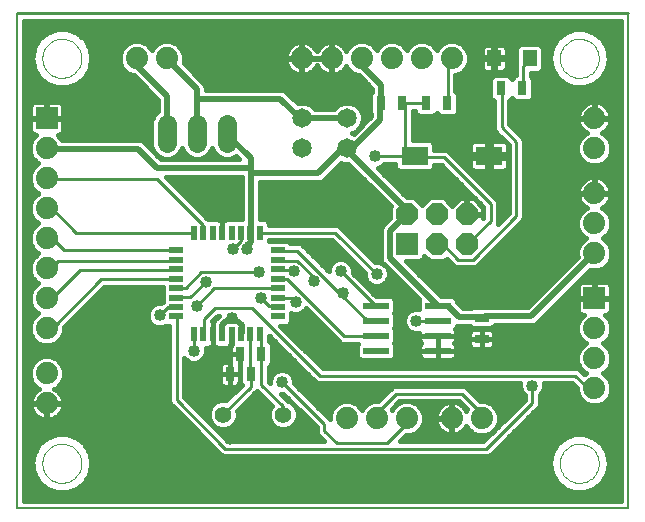
<source format=gtl>
G75*
G70*
%OFA0B0*%
%FSLAX24Y24*%
%IPPOS*%
%LPD*%
%AMOC8*
5,1,8,0,0,1.08239X$1,22.5*
%
%ADD10C,0.0080*%
%ADD11C,0.0100*%
%ADD12R,0.0866X0.0236*%
%ADD13R,0.0740X0.0740*%
%ADD14OC8,0.0740*%
%ADD15C,0.0740*%
%ADD16R,0.0220X0.0500*%
%ADD17R,0.0500X0.0220*%
%ADD18R,0.0472X0.0551*%
%ADD19R,0.0906X0.0630*%
%ADD20R,0.0315X0.0472*%
%ADD21C,0.0560*%
%ADD22R,0.0472X0.0315*%
%ADD23C,0.0650*%
%ADD24C,0.0000*%
%ADD25C,0.0640*%
%ADD26C,0.0160*%
%ADD27C,0.0200*%
%ADD28C,0.0400*%
D10*
X000561Y000224D02*
X000561Y016720D01*
X020929Y016720D02*
X020929Y000224D01*
X000561Y000224D01*
D11*
X005891Y003834D02*
X007511Y002214D01*
X016211Y002214D01*
X017741Y003744D01*
X017741Y004314D01*
X019181Y004644D02*
X019601Y004224D01*
X019811Y004224D01*
X019181Y004644D02*
X010661Y004644D01*
X008411Y006894D01*
X007151Y006894D01*
X006791Y006534D01*
X006791Y006054D01*
X006774Y006034D01*
X006461Y006024D02*
X006459Y006034D01*
X006461Y006024D02*
X006461Y005484D01*
X005891Y006594D02*
X005871Y006622D01*
X005891Y006594D02*
X005891Y003834D01*
X007421Y003354D02*
X007436Y003349D01*
X007421Y003354D02*
X008351Y004284D01*
X008351Y004674D01*
X008365Y004699D01*
X008321Y004704D01*
X008321Y006024D01*
X008349Y006034D01*
X008663Y006034D02*
X008681Y006024D01*
X008711Y005994D01*
X008711Y005394D01*
X008715Y005374D01*
X008711Y005334D01*
X008711Y004344D01*
X009431Y003624D01*
X009431Y003354D01*
X009436Y003349D01*
X009401Y004434D02*
X010811Y003024D01*
X010811Y002814D01*
X011231Y002394D01*
X012911Y002394D01*
X013541Y003024D01*
X013541Y003204D01*
X013561Y003224D01*
X013211Y004044D02*
X015401Y004044D01*
X016061Y003384D01*
X016061Y003234D01*
X016061Y003224D01*
X013211Y004044D02*
X012581Y003414D01*
X012581Y003234D01*
X012561Y003224D01*
X012521Y005964D02*
X011471Y005964D01*
X009581Y007854D01*
X009251Y007854D01*
X009251Y007882D01*
X009251Y008184D02*
X009251Y008197D01*
X009251Y008184D02*
X009731Y008184D01*
X009791Y008124D01*
X009911Y008484D02*
X009251Y008484D01*
X009251Y008511D01*
X009251Y008814D02*
X009251Y008826D01*
X009251Y008814D02*
X009911Y008814D01*
X011381Y007344D01*
X011411Y007374D01*
X011441Y007404D01*
X011381Y007344D02*
X012251Y006474D01*
X012521Y006474D01*
X012537Y006474D01*
X012521Y006954D02*
X012537Y006974D01*
X012521Y006954D02*
X011351Y008124D01*
X010451Y007944D02*
X010451Y007794D01*
X010451Y007944D02*
X009911Y008484D01*
X009251Y007567D02*
X009251Y007554D01*
X007121Y007554D01*
X006551Y006984D01*
X006341Y007254D02*
X006851Y007764D01*
X006701Y008094D02*
X008621Y008094D01*
X008711Y007224D02*
X008981Y006954D01*
X009251Y006954D01*
X009251Y006937D01*
X009251Y007224D02*
X009251Y007252D01*
X009251Y007224D02*
X009731Y007224D01*
X009851Y007104D01*
X008021Y009144D02*
X007751Y008874D01*
X008021Y009144D02*
X008021Y009414D01*
X008034Y009414D01*
X008663Y009414D02*
X008681Y009414D01*
X011171Y009414D01*
X012551Y008034D01*
X013871Y006474D02*
X014561Y006474D01*
X014585Y006474D01*
X012537Y005974D02*
X012521Y005964D01*
X015281Y008514D02*
X014771Y009024D01*
X014561Y009024D01*
X015281Y008514D02*
X015761Y008514D01*
X017201Y009954D01*
X017201Y012444D01*
X016721Y012924D01*
X016721Y014214D01*
X016707Y014224D01*
X017415Y014224D02*
X017441Y014244D01*
X017441Y014964D01*
X017681Y015204D01*
X017652Y015224D01*
X015061Y015224D02*
X015041Y015204D01*
X014921Y015084D01*
X014921Y013734D01*
X014915Y013724D01*
X014207Y013724D02*
X014201Y013734D01*
X013421Y013734D01*
X013415Y013724D01*
X013511Y013704D01*
X013511Y011994D01*
X013821Y011974D01*
X013841Y011934D01*
X014801Y011934D01*
X016361Y010374D01*
X016361Y009804D01*
X015581Y009024D01*
X015561Y009024D01*
X013811Y011964D02*
X012491Y011964D01*
X013811Y011964D02*
X013821Y011974D01*
X006761Y009684D02*
X006761Y009414D01*
X006774Y009414D01*
X006761Y009684D02*
X005231Y011214D01*
X001571Y011214D01*
X001561Y011224D01*
X001561Y010224D02*
X001571Y010224D01*
X001721Y010224D01*
X002531Y009414D01*
X006431Y009414D01*
X006459Y009414D01*
X005861Y008844D02*
X005871Y008826D01*
X005861Y008844D02*
X002141Y008844D01*
X001781Y009204D01*
X001571Y009204D01*
X001561Y009224D01*
X001931Y008484D02*
X001691Y008244D01*
X001571Y008244D01*
X001561Y008224D01*
X001931Y008484D02*
X005861Y008484D01*
X005871Y008511D01*
X005871Y008197D02*
X005861Y008184D01*
X002681Y008184D01*
X001721Y007224D01*
X001571Y007224D01*
X001561Y007224D01*
X001571Y006234D02*
X001561Y006224D01*
X001571Y006234D02*
X001751Y006234D01*
X003371Y007854D01*
X005861Y007854D01*
X005871Y007882D01*
X005891Y007584D02*
X005871Y007567D01*
X005891Y007584D02*
X006191Y007584D01*
X006701Y008094D01*
X006341Y007254D02*
X005891Y007254D01*
X005871Y007252D01*
X005871Y006937D02*
X005861Y006924D01*
X005591Y006924D01*
X005321Y006654D01*
X000561Y016720D02*
X020929Y016720D01*
D12*
X014585Y006974D03*
X014585Y006474D03*
X014585Y005974D03*
X014585Y005474D03*
X012537Y005474D03*
X012537Y005974D03*
X012537Y006474D03*
X012537Y006974D03*
D13*
X013561Y009024D03*
X019811Y007224D03*
X001561Y013224D03*
D14*
X013561Y010024D03*
X014561Y010024D03*
X015561Y010024D03*
X015561Y009024D03*
X014561Y009024D03*
D15*
X019811Y008724D03*
X019811Y009724D03*
X019811Y010724D03*
X019811Y012224D03*
X019811Y013224D03*
X015061Y015224D03*
X014061Y015224D03*
X013061Y015224D03*
X012061Y015224D03*
X011061Y015224D03*
X010061Y015224D03*
X005561Y015224D03*
X004561Y015224D03*
X001561Y012224D03*
X001561Y011224D03*
X001561Y010224D03*
X001561Y009224D03*
X001561Y008224D03*
X001561Y007224D03*
X001561Y006224D03*
X001561Y004724D03*
X001561Y003724D03*
X011561Y003224D03*
X012561Y003224D03*
X013561Y003224D03*
X015061Y003224D03*
X016061Y003224D03*
X019811Y004224D03*
X019811Y005224D03*
X019811Y006224D03*
D16*
X008663Y006034D03*
X008349Y006034D03*
X008034Y006034D03*
X007719Y006034D03*
X007404Y006034D03*
X007089Y006034D03*
X006774Y006034D03*
X006459Y006034D03*
X006459Y009414D03*
X006774Y009414D03*
X007089Y009414D03*
X007404Y009414D03*
X007719Y009414D03*
X008034Y009414D03*
X008349Y009414D03*
X008663Y009414D03*
D17*
X009251Y008826D03*
X009251Y008511D03*
X009251Y008197D03*
X009251Y007882D03*
X009251Y007567D03*
X009251Y007252D03*
X009251Y006937D03*
X009251Y006622D03*
X005871Y006622D03*
X005871Y006937D03*
X005871Y007252D03*
X005871Y007567D03*
X005871Y007882D03*
X005871Y008197D03*
X005871Y008511D03*
X005871Y008826D03*
D18*
X016471Y015224D03*
X017652Y015224D03*
D19*
X016301Y011974D03*
X013821Y011974D03*
D20*
X014207Y013724D03*
X014915Y013724D03*
X013415Y013724D03*
X012707Y013724D03*
X016707Y014224D03*
X017415Y014224D03*
X008715Y005374D03*
X008007Y005374D03*
X007657Y004699D03*
X008365Y004699D03*
D21*
X007436Y003349D03*
X009436Y003349D03*
D22*
X016061Y005870D03*
X016061Y006578D03*
D23*
X011561Y012224D03*
X011561Y013224D03*
X010061Y013224D03*
X010061Y012224D03*
D24*
X001411Y015224D02*
X001413Y015274D01*
X001419Y015324D01*
X001429Y015374D01*
X001442Y015422D01*
X001459Y015470D01*
X001480Y015516D01*
X001504Y015560D01*
X001532Y015602D01*
X001563Y015642D01*
X001597Y015679D01*
X001634Y015714D01*
X001673Y015745D01*
X001714Y015774D01*
X001758Y015799D01*
X001804Y015821D01*
X001851Y015839D01*
X001899Y015853D01*
X001948Y015864D01*
X001998Y015871D01*
X002048Y015874D01*
X002099Y015873D01*
X002149Y015868D01*
X002199Y015859D01*
X002247Y015847D01*
X002295Y015830D01*
X002341Y015810D01*
X002386Y015787D01*
X002429Y015760D01*
X002469Y015730D01*
X002507Y015697D01*
X002542Y015661D01*
X002575Y015622D01*
X002604Y015581D01*
X002630Y015538D01*
X002653Y015493D01*
X002672Y015446D01*
X002687Y015398D01*
X002699Y015349D01*
X002707Y015299D01*
X002711Y015249D01*
X002711Y015199D01*
X002707Y015149D01*
X002699Y015099D01*
X002687Y015050D01*
X002672Y015002D01*
X002653Y014955D01*
X002630Y014910D01*
X002604Y014867D01*
X002575Y014826D01*
X002542Y014787D01*
X002507Y014751D01*
X002469Y014718D01*
X002429Y014688D01*
X002386Y014661D01*
X002341Y014638D01*
X002295Y014618D01*
X002247Y014601D01*
X002199Y014589D01*
X002149Y014580D01*
X002099Y014575D01*
X002048Y014574D01*
X001998Y014577D01*
X001948Y014584D01*
X001899Y014595D01*
X001851Y014609D01*
X001804Y014627D01*
X001758Y014649D01*
X001714Y014674D01*
X001673Y014703D01*
X001634Y014734D01*
X001597Y014769D01*
X001563Y014806D01*
X001532Y014846D01*
X001504Y014888D01*
X001480Y014932D01*
X001459Y014978D01*
X001442Y015026D01*
X001429Y015074D01*
X001419Y015124D01*
X001413Y015174D01*
X001411Y015224D01*
X001411Y001724D02*
X001413Y001774D01*
X001419Y001824D01*
X001429Y001874D01*
X001442Y001922D01*
X001459Y001970D01*
X001480Y002016D01*
X001504Y002060D01*
X001532Y002102D01*
X001563Y002142D01*
X001597Y002179D01*
X001634Y002214D01*
X001673Y002245D01*
X001714Y002274D01*
X001758Y002299D01*
X001804Y002321D01*
X001851Y002339D01*
X001899Y002353D01*
X001948Y002364D01*
X001998Y002371D01*
X002048Y002374D01*
X002099Y002373D01*
X002149Y002368D01*
X002199Y002359D01*
X002247Y002347D01*
X002295Y002330D01*
X002341Y002310D01*
X002386Y002287D01*
X002429Y002260D01*
X002469Y002230D01*
X002507Y002197D01*
X002542Y002161D01*
X002575Y002122D01*
X002604Y002081D01*
X002630Y002038D01*
X002653Y001993D01*
X002672Y001946D01*
X002687Y001898D01*
X002699Y001849D01*
X002707Y001799D01*
X002711Y001749D01*
X002711Y001699D01*
X002707Y001649D01*
X002699Y001599D01*
X002687Y001550D01*
X002672Y001502D01*
X002653Y001455D01*
X002630Y001410D01*
X002604Y001367D01*
X002575Y001326D01*
X002542Y001287D01*
X002507Y001251D01*
X002469Y001218D01*
X002429Y001188D01*
X002386Y001161D01*
X002341Y001138D01*
X002295Y001118D01*
X002247Y001101D01*
X002199Y001089D01*
X002149Y001080D01*
X002099Y001075D01*
X002048Y001074D01*
X001998Y001077D01*
X001948Y001084D01*
X001899Y001095D01*
X001851Y001109D01*
X001804Y001127D01*
X001758Y001149D01*
X001714Y001174D01*
X001673Y001203D01*
X001634Y001234D01*
X001597Y001269D01*
X001563Y001306D01*
X001532Y001346D01*
X001504Y001388D01*
X001480Y001432D01*
X001459Y001478D01*
X001442Y001526D01*
X001429Y001574D01*
X001419Y001624D01*
X001413Y001674D01*
X001411Y001724D01*
X018661Y001724D02*
X018663Y001774D01*
X018669Y001824D01*
X018679Y001874D01*
X018692Y001922D01*
X018709Y001970D01*
X018730Y002016D01*
X018754Y002060D01*
X018782Y002102D01*
X018813Y002142D01*
X018847Y002179D01*
X018884Y002214D01*
X018923Y002245D01*
X018964Y002274D01*
X019008Y002299D01*
X019054Y002321D01*
X019101Y002339D01*
X019149Y002353D01*
X019198Y002364D01*
X019248Y002371D01*
X019298Y002374D01*
X019349Y002373D01*
X019399Y002368D01*
X019449Y002359D01*
X019497Y002347D01*
X019545Y002330D01*
X019591Y002310D01*
X019636Y002287D01*
X019679Y002260D01*
X019719Y002230D01*
X019757Y002197D01*
X019792Y002161D01*
X019825Y002122D01*
X019854Y002081D01*
X019880Y002038D01*
X019903Y001993D01*
X019922Y001946D01*
X019937Y001898D01*
X019949Y001849D01*
X019957Y001799D01*
X019961Y001749D01*
X019961Y001699D01*
X019957Y001649D01*
X019949Y001599D01*
X019937Y001550D01*
X019922Y001502D01*
X019903Y001455D01*
X019880Y001410D01*
X019854Y001367D01*
X019825Y001326D01*
X019792Y001287D01*
X019757Y001251D01*
X019719Y001218D01*
X019679Y001188D01*
X019636Y001161D01*
X019591Y001138D01*
X019545Y001118D01*
X019497Y001101D01*
X019449Y001089D01*
X019399Y001080D01*
X019349Y001075D01*
X019298Y001074D01*
X019248Y001077D01*
X019198Y001084D01*
X019149Y001095D01*
X019101Y001109D01*
X019054Y001127D01*
X019008Y001149D01*
X018964Y001174D01*
X018923Y001203D01*
X018884Y001234D01*
X018847Y001269D01*
X018813Y001306D01*
X018782Y001346D01*
X018754Y001388D01*
X018730Y001432D01*
X018709Y001478D01*
X018692Y001526D01*
X018679Y001574D01*
X018669Y001624D01*
X018663Y001674D01*
X018661Y001724D01*
X018661Y015224D02*
X018663Y015274D01*
X018669Y015324D01*
X018679Y015374D01*
X018692Y015422D01*
X018709Y015470D01*
X018730Y015516D01*
X018754Y015560D01*
X018782Y015602D01*
X018813Y015642D01*
X018847Y015679D01*
X018884Y015714D01*
X018923Y015745D01*
X018964Y015774D01*
X019008Y015799D01*
X019054Y015821D01*
X019101Y015839D01*
X019149Y015853D01*
X019198Y015864D01*
X019248Y015871D01*
X019298Y015874D01*
X019349Y015873D01*
X019399Y015868D01*
X019449Y015859D01*
X019497Y015847D01*
X019545Y015830D01*
X019591Y015810D01*
X019636Y015787D01*
X019679Y015760D01*
X019719Y015730D01*
X019757Y015697D01*
X019792Y015661D01*
X019825Y015622D01*
X019854Y015581D01*
X019880Y015538D01*
X019903Y015493D01*
X019922Y015446D01*
X019937Y015398D01*
X019949Y015349D01*
X019957Y015299D01*
X019961Y015249D01*
X019961Y015199D01*
X019957Y015149D01*
X019949Y015099D01*
X019937Y015050D01*
X019922Y015002D01*
X019903Y014955D01*
X019880Y014910D01*
X019854Y014867D01*
X019825Y014826D01*
X019792Y014787D01*
X019757Y014751D01*
X019719Y014718D01*
X019679Y014688D01*
X019636Y014661D01*
X019591Y014638D01*
X019545Y014618D01*
X019497Y014601D01*
X019449Y014589D01*
X019399Y014580D01*
X019349Y014575D01*
X019298Y014574D01*
X019248Y014577D01*
X019198Y014584D01*
X019149Y014595D01*
X019101Y014609D01*
X019054Y014627D01*
X019008Y014649D01*
X018964Y014674D01*
X018923Y014703D01*
X018884Y014734D01*
X018847Y014769D01*
X018813Y014806D01*
X018782Y014846D01*
X018754Y014888D01*
X018730Y014932D01*
X018709Y014978D01*
X018692Y015026D01*
X018679Y015074D01*
X018669Y015124D01*
X018663Y015174D01*
X018661Y015224D01*
D25*
X007561Y013044D02*
X007561Y012404D01*
X006561Y012404D02*
X006561Y013044D01*
X005561Y013044D02*
X005561Y012404D01*
D26*
X006061Y012252D02*
X006002Y012110D01*
X005856Y011963D01*
X005665Y011884D01*
X005458Y011884D01*
X005267Y011963D01*
X005120Y012110D01*
X005041Y012301D01*
X005041Y013148D01*
X005120Y013339D01*
X005261Y013479D01*
X005261Y013850D01*
X004457Y014654D01*
X004448Y014654D01*
X004238Y014741D01*
X004078Y014901D01*
X003991Y015111D01*
X003991Y015337D01*
X004078Y015547D01*
X004238Y015707D01*
X004448Y015794D01*
X004674Y015794D01*
X004884Y015707D01*
X005044Y015547D01*
X005061Y015506D01*
X005078Y015547D01*
X005238Y015707D01*
X005448Y015794D01*
X005674Y015794D01*
X005884Y015707D01*
X006044Y015547D01*
X006131Y015337D01*
X006131Y015111D01*
X006116Y015074D01*
X006805Y014384D01*
X006851Y014274D01*
X006851Y014184D01*
X009281Y014184D01*
X009401Y014184D01*
X009511Y014138D01*
X009917Y013733D01*
X009957Y013749D01*
X010166Y013749D01*
X010358Y013669D01*
X010504Y013524D01*
X011119Y013524D01*
X011264Y013669D01*
X011457Y013749D01*
X011666Y013749D01*
X011858Y013669D01*
X012006Y013521D01*
X012086Y013329D01*
X012086Y013120D01*
X012006Y012927D01*
X011858Y012779D01*
X011726Y012724D01*
X011783Y012700D01*
X012371Y013288D01*
X012371Y013383D01*
X012349Y013405D01*
X012349Y014043D01*
X012401Y014095D01*
X012401Y014210D01*
X011957Y014654D01*
X011948Y014654D01*
X011738Y014741D01*
X011578Y014901D01*
X011549Y014971D01*
X011531Y014936D01*
X011481Y014866D01*
X011419Y014805D01*
X011349Y014754D01*
X011272Y014714D01*
X011190Y014688D01*
X011104Y014674D01*
X011081Y014674D01*
X011081Y015204D01*
X011041Y015204D01*
X010611Y015204D01*
X010081Y015204D01*
X010081Y014674D01*
X010104Y014674D01*
X010190Y014688D01*
X010272Y014714D01*
X010349Y014754D01*
X010419Y014805D01*
X010481Y014866D01*
X010531Y014936D01*
X010561Y014994D01*
X010591Y014936D01*
X010642Y014866D01*
X010703Y014805D01*
X010773Y014754D01*
X010850Y014714D01*
X010932Y014688D01*
X011018Y014674D01*
X011041Y014674D01*
X011041Y015204D01*
X011041Y015244D01*
X010511Y015244D01*
X010081Y015244D01*
X010041Y015244D01*
X010041Y015204D01*
X009511Y015204D01*
X009511Y015181D01*
X009525Y015095D01*
X009551Y015013D01*
X009591Y014936D01*
X009642Y014866D01*
X009703Y014805D01*
X009773Y014754D01*
X009850Y014714D01*
X009932Y014688D01*
X010018Y014674D01*
X010041Y014674D01*
X010041Y015204D01*
X010081Y015204D01*
X010081Y015244D01*
X010081Y015774D01*
X010104Y015774D01*
X010190Y015761D01*
X010272Y015734D01*
X010349Y015694D01*
X010419Y015644D01*
X010481Y015582D01*
X010531Y015512D01*
X010561Y015454D01*
X010591Y015512D01*
X010642Y015582D01*
X010703Y015644D01*
X010773Y015694D01*
X010850Y015734D01*
X010932Y015761D01*
X011018Y015774D01*
X011041Y015774D01*
X011041Y015244D01*
X011081Y015244D01*
X011081Y015774D01*
X011104Y015774D01*
X011190Y015761D01*
X011272Y015734D01*
X011349Y015694D01*
X011419Y015644D01*
X011481Y015582D01*
X011531Y015512D01*
X011549Y015478D01*
X011578Y015547D01*
X011738Y015707D01*
X011948Y015794D01*
X012174Y015794D01*
X012384Y015707D01*
X012544Y015547D01*
X012561Y015506D01*
X012578Y015547D01*
X012738Y015707D01*
X012948Y015794D01*
X013174Y015794D01*
X013384Y015707D01*
X013544Y015547D01*
X013561Y015506D01*
X013578Y015547D01*
X013738Y015707D01*
X013948Y015794D01*
X014174Y015794D01*
X014384Y015707D01*
X014544Y015547D01*
X014561Y015506D01*
X014578Y015547D01*
X014738Y015707D01*
X014948Y015794D01*
X015174Y015794D01*
X015384Y015707D01*
X015544Y015547D01*
X015631Y015337D01*
X015631Y015111D01*
X015544Y014901D01*
X015384Y014741D01*
X015174Y014654D01*
X015171Y014654D01*
X015171Y014145D01*
X015273Y014043D01*
X015273Y013405D01*
X015156Y013288D01*
X014675Y013288D01*
X014561Y013402D01*
X014447Y013288D01*
X013966Y013288D01*
X013849Y013405D01*
X013849Y013484D01*
X013773Y013484D01*
X013773Y013405D01*
X013761Y013393D01*
X013761Y012489D01*
X014357Y012489D01*
X014474Y012372D01*
X014474Y012184D01*
X014851Y012184D01*
X014943Y012146D01*
X015013Y012076D01*
X016573Y010516D01*
X016611Y010424D01*
X016611Y010324D01*
X016611Y009754D01*
X016585Y009691D01*
X016951Y010058D01*
X016951Y012341D01*
X016906Y012386D01*
X016922Y012359D01*
X016934Y012313D01*
X016934Y012052D01*
X016379Y012052D01*
X016224Y012052D01*
X016224Y012469D01*
X015825Y012469D01*
X015779Y012457D01*
X015738Y012433D01*
X015704Y012400D01*
X015681Y012359D01*
X015669Y012313D01*
X015669Y012052D01*
X016224Y012052D01*
X016224Y011897D01*
X015669Y011897D01*
X015669Y011635D01*
X015681Y011590D01*
X015704Y011549D01*
X015738Y011515D01*
X015779Y011491D01*
X015825Y011479D01*
X016224Y011479D01*
X016224Y011896D01*
X016379Y011896D01*
X016379Y011479D01*
X016778Y011479D01*
X016823Y011491D01*
X016865Y011515D01*
X016898Y011549D01*
X016922Y011590D01*
X016934Y011635D01*
X016934Y011897D01*
X016379Y011897D01*
X016379Y012052D01*
X016379Y012469D01*
X016778Y012469D01*
X016823Y012457D01*
X016835Y012457D01*
X016823Y012457D02*
X016851Y012441D01*
X016509Y012782D01*
X016471Y012874D01*
X016471Y012974D01*
X016471Y013788D01*
X016466Y013788D01*
X016349Y013905D01*
X016349Y014543D01*
X016466Y014660D01*
X016947Y014660D01*
X017061Y014546D01*
X017175Y014660D01*
X017191Y014660D01*
X017191Y014914D01*
X017191Y015014D01*
X017215Y015072D01*
X017215Y015583D01*
X017333Y015700D01*
X017971Y015700D01*
X018088Y015583D01*
X018088Y014866D01*
X017971Y014749D01*
X017691Y014749D01*
X017691Y014625D01*
X017773Y014543D01*
X017773Y013905D01*
X017656Y013788D01*
X017175Y013788D01*
X017061Y013902D01*
X016971Y013812D01*
X016971Y013028D01*
X017343Y012656D01*
X017413Y012586D01*
X017451Y012494D01*
X017451Y010004D01*
X017451Y009904D01*
X017413Y009812D01*
X015973Y008372D01*
X015903Y008302D01*
X015811Y008264D01*
X015331Y008264D01*
X015231Y008264D01*
X015139Y008302D01*
X014892Y008549D01*
X014797Y008454D01*
X014325Y008454D01*
X014131Y008648D01*
X014131Y008571D01*
X014014Y008454D01*
X013545Y008454D01*
X014707Y007292D01*
X015101Y007292D01*
X015218Y007175D01*
X015218Y007112D01*
X015435Y006894D01*
X015700Y006894D01*
X015742Y006936D01*
X016380Y006936D01*
X016392Y006924D01*
X017587Y006924D01*
X019251Y008588D01*
X019241Y008611D01*
X019241Y008837D01*
X019328Y009047D01*
X019488Y009207D01*
X019529Y009224D01*
X019488Y009241D01*
X019328Y009401D01*
X019241Y009611D01*
X019241Y009837D01*
X019328Y010047D01*
X019488Y010207D01*
X019558Y010236D01*
X019523Y010254D01*
X019453Y010305D01*
X019392Y010366D01*
X019341Y010436D01*
X019301Y010513D01*
X019275Y010595D01*
X019261Y010681D01*
X019261Y010704D01*
X019791Y010704D01*
X019791Y010744D01*
X019261Y010744D01*
X019261Y010767D01*
X019275Y010853D01*
X019301Y010935D01*
X019341Y011012D01*
X019392Y011082D01*
X019453Y011144D01*
X019523Y011194D01*
X019600Y011234D01*
X019682Y011261D01*
X019768Y011274D01*
X019791Y011274D01*
X019791Y010744D01*
X019831Y010744D01*
X019831Y011274D01*
X019854Y011274D01*
X019940Y011261D01*
X020022Y011234D01*
X020099Y011194D01*
X020169Y011144D01*
X020231Y011082D01*
X020281Y011012D01*
X020321Y010935D01*
X020348Y010853D01*
X020361Y010767D01*
X020361Y010744D01*
X019831Y010744D01*
X019831Y010704D01*
X020361Y010704D01*
X020361Y010681D01*
X020348Y010595D01*
X020321Y010513D01*
X020281Y010436D01*
X020231Y010366D01*
X020169Y010305D01*
X020099Y010254D01*
X020065Y010236D01*
X020134Y010207D01*
X020294Y010047D01*
X020381Y009837D01*
X020381Y009611D01*
X020294Y009401D01*
X020134Y009241D01*
X020093Y009224D01*
X020134Y009207D01*
X020294Y009047D01*
X020381Y008837D01*
X020381Y008611D01*
X020294Y008401D01*
X020134Y008241D01*
X019924Y008154D01*
X019698Y008154D01*
X019675Y008164D01*
X017881Y006370D01*
X017771Y006324D01*
X017651Y006324D01*
X016483Y006324D01*
X016380Y006221D01*
X015742Y006221D01*
X015669Y006294D01*
X015371Y006294D01*
X015251Y006294D01*
X015218Y006308D01*
X015218Y006273D01*
X015155Y006210D01*
X015162Y006203D01*
X015185Y006162D01*
X015198Y006116D01*
X015198Y005974D01*
X014585Y005974D01*
X014585Y005974D01*
X015198Y005974D01*
X015198Y005832D01*
X015185Y005786D01*
X015162Y005745D01*
X015140Y005724D01*
X015162Y005703D01*
X015185Y005662D01*
X015198Y005616D01*
X015198Y005474D01*
X014585Y005474D01*
X014585Y005474D01*
X015198Y005474D01*
X015198Y005332D01*
X015185Y005286D01*
X015162Y005245D01*
X015128Y005212D01*
X015087Y005188D01*
X015041Y005176D01*
X014585Y005176D01*
X014585Y005474D01*
X014584Y005474D01*
X013972Y005474D01*
X013972Y005332D01*
X013984Y005286D01*
X014008Y005245D01*
X014041Y005212D01*
X014082Y005188D01*
X014128Y005176D01*
X014584Y005176D01*
X014584Y005474D01*
X014584Y005474D01*
X013972Y005474D01*
X013972Y005616D01*
X013984Y005662D01*
X014008Y005703D01*
X014029Y005724D01*
X014008Y005745D01*
X013984Y005786D01*
X013972Y005832D01*
X013972Y005974D01*
X014584Y005974D01*
X014584Y005974D01*
X013972Y005974D01*
X013972Y006083D01*
X013951Y006074D01*
X013791Y006074D01*
X013644Y006135D01*
X013532Y006247D01*
X013471Y006394D01*
X013471Y006554D01*
X013532Y006701D01*
X013644Y006813D01*
X013791Y006874D01*
X013951Y006874D01*
X013952Y006874D01*
X013952Y007175D01*
X013964Y007187D01*
X012831Y008320D01*
X012747Y008404D01*
X012701Y008514D01*
X012701Y009414D01*
X012701Y009534D01*
X012747Y009644D01*
X012991Y009888D01*
X012991Y010260D01*
X013021Y010290D01*
X011612Y011699D01*
X011457Y011699D01*
X011367Y011736D01*
X010771Y011140D01*
X010661Y011094D01*
X010541Y011094D01*
X008651Y011094D01*
X008651Y009864D01*
X008856Y009864D01*
X008973Y009747D01*
X008973Y009664D01*
X011121Y009664D01*
X011221Y009664D01*
X011313Y009626D01*
X012505Y008434D01*
X012631Y008434D01*
X012778Y008373D01*
X012890Y008261D01*
X012951Y008114D01*
X012951Y007954D01*
X012890Y007807D01*
X012778Y007695D01*
X012631Y007634D01*
X012471Y007634D01*
X012324Y007695D01*
X012212Y007807D01*
X012151Y007954D01*
X012151Y008081D01*
X011068Y009164D01*
X008973Y009164D01*
X008973Y009136D01*
X009584Y009136D01*
X009656Y009064D01*
X009861Y009064D01*
X009961Y009064D01*
X010053Y009026D01*
X010951Y008128D01*
X010951Y008204D01*
X011012Y008351D01*
X011124Y008463D01*
X011271Y008524D01*
X011431Y008524D01*
X011578Y008463D01*
X011690Y008351D01*
X011751Y008204D01*
X011751Y008078D01*
X012536Y007292D01*
X013053Y007292D01*
X013171Y007175D01*
X013171Y006773D01*
X013121Y006724D01*
X013171Y006675D01*
X013171Y006273D01*
X013121Y006224D01*
X013171Y006175D01*
X013171Y005773D01*
X013121Y005724D01*
X013171Y005675D01*
X013171Y005273D01*
X013053Y005156D01*
X012022Y005156D01*
X011904Y005273D01*
X011904Y005675D01*
X011944Y005714D01*
X011421Y005714D01*
X011329Y005752D01*
X011259Y005822D01*
X010194Y006887D01*
X010190Y006877D01*
X010078Y006765D01*
X009931Y006704D01*
X009771Y006704D01*
X009701Y006733D01*
X009701Y006429D01*
X009584Y006312D01*
X009347Y006312D01*
X010765Y004894D01*
X019131Y004894D01*
X019231Y004894D01*
X019323Y004856D01*
X019480Y004699D01*
X019488Y004707D01*
X019529Y004724D01*
X019488Y004741D01*
X019328Y004901D01*
X019241Y005111D01*
X019241Y005337D01*
X019328Y005547D01*
X019488Y005707D01*
X019529Y005724D01*
X019488Y005741D01*
X019328Y005901D01*
X019241Y006111D01*
X019241Y006337D01*
X019328Y006547D01*
X019455Y006674D01*
X019417Y006674D01*
X019372Y006686D01*
X019331Y006710D01*
X019297Y006744D01*
X019273Y006785D01*
X019261Y006830D01*
X019261Y007204D01*
X019791Y007204D01*
X019791Y007244D01*
X019261Y007244D01*
X019261Y007618D01*
X019273Y007664D01*
X019297Y007705D01*
X019331Y007738D01*
X019372Y007762D01*
X019417Y007774D01*
X019791Y007774D01*
X019791Y007244D01*
X019831Y007244D01*
X019831Y007774D01*
X020205Y007774D01*
X020251Y007762D01*
X020292Y007738D01*
X020325Y007705D01*
X020349Y007664D01*
X020361Y007618D01*
X020361Y007244D01*
X019831Y007244D01*
X019831Y007204D01*
X020361Y007204D01*
X020361Y006830D01*
X020349Y006785D01*
X020325Y006744D01*
X020292Y006710D01*
X020251Y006686D01*
X020205Y006674D01*
X020167Y006674D01*
X020294Y006547D01*
X020381Y006337D01*
X020381Y006111D01*
X020294Y005901D01*
X020134Y005741D01*
X020093Y005724D01*
X020134Y005707D01*
X020294Y005547D01*
X020381Y005337D01*
X020381Y005111D01*
X020294Y004901D01*
X020134Y004741D01*
X020093Y004724D01*
X020134Y004707D01*
X020294Y004547D01*
X020381Y004337D01*
X020381Y004111D01*
X020294Y003901D01*
X020134Y003741D01*
X019924Y003654D01*
X019698Y003654D01*
X019488Y003741D01*
X019328Y003901D01*
X019241Y004111D01*
X019241Y004231D01*
X019078Y004394D01*
X018141Y004394D01*
X018141Y004394D01*
X018141Y004234D01*
X018080Y004087D01*
X017991Y003998D01*
X017991Y003694D01*
X017953Y003602D01*
X017883Y003532D01*
X017883Y003532D01*
X016353Y002002D01*
X016261Y001964D01*
X016161Y001964D01*
X007461Y001964D01*
X007369Y002002D01*
X007299Y002072D01*
X007299Y002073D01*
X005750Y003622D01*
X005749Y003622D01*
X005679Y003692D01*
X005641Y003784D01*
X005641Y006312D01*
X005540Y006312D01*
X005401Y006254D01*
X005241Y006254D01*
X005094Y006315D01*
X004982Y006427D01*
X004921Y006574D01*
X004921Y006734D01*
X004982Y006881D01*
X005094Y006993D01*
X005241Y007054D01*
X005368Y007054D01*
X005421Y007108D01*
X005421Y007130D01*
X005421Y007444D01*
X005421Y007604D01*
X003475Y007604D01*
X002131Y006261D01*
X002131Y006111D01*
X002044Y005901D01*
X001884Y005741D01*
X001674Y005654D01*
X001448Y005654D01*
X001238Y005741D01*
X001078Y005901D01*
X000991Y006111D01*
X000991Y006337D01*
X001078Y006547D01*
X001238Y006707D01*
X001279Y006724D01*
X001238Y006741D01*
X001078Y006901D01*
X000991Y007111D01*
X000991Y007337D01*
X001078Y007547D01*
X001238Y007707D01*
X001279Y007724D01*
X001238Y007741D01*
X001078Y007901D01*
X000991Y008111D01*
X000991Y008337D01*
X001078Y008547D01*
X001238Y008707D01*
X001279Y008724D01*
X001238Y008741D01*
X001078Y008901D01*
X000991Y009111D01*
X000991Y009337D01*
X001078Y009547D01*
X001238Y009707D01*
X001279Y009724D01*
X001238Y009741D01*
X001078Y009901D01*
X000991Y010111D01*
X000991Y010337D01*
X001078Y010547D01*
X001238Y010707D01*
X001279Y010724D01*
X001238Y010741D01*
X001078Y010901D01*
X000991Y011111D01*
X000991Y011337D01*
X001078Y011547D01*
X001238Y011707D01*
X001279Y011724D01*
X001238Y011741D01*
X001078Y011901D01*
X000991Y012111D01*
X000991Y012337D01*
X001078Y012547D01*
X001205Y012674D01*
X001167Y012674D01*
X001122Y012686D01*
X001081Y012710D01*
X001047Y012744D01*
X001023Y012785D01*
X001011Y012830D01*
X001011Y013204D01*
X001541Y013204D01*
X001541Y013244D01*
X001011Y013244D01*
X001011Y013618D01*
X001023Y013664D01*
X001047Y013705D01*
X001081Y013738D01*
X001122Y013762D01*
X001167Y013774D01*
X001541Y013774D01*
X001541Y013244D01*
X001581Y013244D01*
X001581Y013774D01*
X001955Y013774D01*
X002001Y013762D01*
X002042Y013738D01*
X002075Y013705D01*
X002099Y013664D01*
X002111Y013618D01*
X002111Y013244D01*
X001581Y013244D01*
X001581Y013204D01*
X002111Y013204D01*
X002111Y012830D01*
X002099Y012785D01*
X002075Y012744D01*
X002042Y012710D01*
X002001Y012686D01*
X001955Y012674D01*
X001917Y012674D01*
X002044Y012547D01*
X002062Y012504D01*
X004541Y012504D01*
X004661Y012504D01*
X004771Y012458D01*
X005355Y011874D01*
X007957Y011874D01*
X007862Y011969D01*
X007856Y011963D01*
X007665Y011884D01*
X007458Y011884D01*
X007267Y011963D01*
X007120Y012110D01*
X007061Y012252D01*
X007002Y012110D01*
X006856Y011963D01*
X006665Y011884D01*
X006458Y011884D01*
X006267Y011963D01*
X006120Y012110D01*
X006061Y012252D01*
X006014Y012140D02*
X006108Y012140D01*
X006249Y011981D02*
X005874Y011981D01*
X005249Y011981D02*
X005248Y011981D01*
X005108Y012140D02*
X005090Y012140D01*
X005042Y012298D02*
X004931Y012298D01*
X005041Y012457D02*
X004773Y012457D01*
X005041Y012615D02*
X001976Y012615D01*
X002093Y012774D02*
X005041Y012774D01*
X005041Y012932D02*
X002111Y012932D01*
X002111Y013091D02*
X005041Y013091D01*
X005083Y013250D02*
X002111Y013250D01*
X002111Y013408D02*
X005190Y013408D01*
X005261Y013567D02*
X002111Y013567D01*
X002055Y013725D02*
X005261Y013725D01*
X005227Y013884D02*
X000811Y013884D01*
X000811Y014042D02*
X005069Y014042D01*
X004910Y014201D02*
X000811Y014201D01*
X000811Y014359D02*
X001601Y014359D01*
X001569Y014371D02*
X001890Y014254D01*
X002061Y014254D01*
X002109Y014254D01*
X002232Y014254D01*
X002554Y014371D01*
X002816Y014591D01*
X002987Y014887D01*
X003046Y015224D01*
X003046Y015224D01*
X002987Y015561D01*
X002816Y015857D01*
X002816Y015857D01*
X002554Y016077D01*
X002554Y016077D01*
X002232Y016194D01*
X002109Y016194D01*
X002061Y016194D01*
X002047Y016194D01*
X002013Y016194D01*
X001890Y016194D01*
X001569Y016077D01*
X001569Y016077D01*
X001307Y015857D01*
X001136Y015561D01*
X001076Y015224D01*
X001136Y014887D01*
X001307Y014591D01*
X001569Y014371D01*
X001569Y014371D01*
X001394Y014518D02*
X000811Y014518D01*
X000811Y014676D02*
X001257Y014676D01*
X001307Y014591D02*
X001307Y014591D01*
X001166Y014835D02*
X000811Y014835D01*
X000811Y014994D02*
X001117Y014994D01*
X001136Y014887D02*
X001136Y014887D01*
X001089Y015152D02*
X000811Y015152D01*
X000811Y015311D02*
X001091Y015311D01*
X001076Y015224D02*
X001076Y015224D01*
X001119Y015469D02*
X000811Y015469D01*
X000811Y015628D02*
X001174Y015628D01*
X001136Y015561D02*
X001136Y015561D01*
X001266Y015786D02*
X000811Y015786D01*
X000811Y015945D02*
X001411Y015945D01*
X001307Y015857D02*
X001307Y015857D01*
X001307Y015857D01*
X001641Y016103D02*
X000811Y016103D01*
X000811Y016262D02*
X020689Y016262D01*
X020689Y016420D02*
X000811Y016420D01*
X000811Y016470D02*
X020689Y016470D01*
X020689Y000464D01*
X000811Y000464D01*
X000811Y016470D01*
X001890Y016194D02*
X001890Y016194D01*
X002232Y016194D02*
X002232Y016194D01*
X002481Y016103D02*
X018891Y016103D01*
X018819Y016077D02*
X018819Y016077D01*
X019140Y016194D01*
X019140Y016194D01*
X019263Y016194D01*
X019307Y016194D01*
X019311Y016194D01*
X019359Y016194D01*
X019482Y016194D01*
X019482Y016194D01*
X019804Y016077D01*
X019804Y016077D01*
X020066Y015857D01*
X020066Y015857D01*
X020237Y015561D01*
X020237Y015561D01*
X020296Y015224D01*
X020296Y015224D01*
X020237Y014887D01*
X020237Y014887D01*
X020066Y014591D01*
X020066Y014591D01*
X020066Y014591D01*
X019804Y014371D01*
X019804Y014371D01*
X019482Y014254D01*
X019359Y014254D01*
X019311Y014254D01*
X019140Y014254D01*
X019140Y014254D01*
X018819Y014371D01*
X018819Y014371D01*
X018557Y014591D01*
X018557Y014591D01*
X018386Y014887D01*
X018386Y014887D01*
X018326Y015224D01*
X018326Y015224D01*
X018386Y015561D01*
X018386Y015561D01*
X018557Y015857D01*
X018557Y015857D01*
X018557Y015857D01*
X018819Y016077D01*
X018661Y015945D02*
X002711Y015945D01*
X002857Y015786D02*
X004429Y015786D01*
X004693Y015786D02*
X005429Y015786D01*
X005159Y015628D02*
X004964Y015628D01*
X004159Y015628D02*
X002948Y015628D01*
X002987Y015561D02*
X002987Y015561D01*
X003003Y015469D02*
X004046Y015469D01*
X003991Y015311D02*
X003031Y015311D01*
X003033Y015152D02*
X003991Y015152D01*
X004040Y014994D02*
X003005Y014994D01*
X002987Y014887D02*
X002987Y014887D01*
X002956Y014835D02*
X004144Y014835D01*
X004394Y014676D02*
X002865Y014676D01*
X002816Y014591D02*
X002816Y014591D01*
X002816Y014591D01*
X002729Y014518D02*
X004593Y014518D01*
X004752Y014359D02*
X002521Y014359D01*
X002554Y014371D02*
X002554Y014371D01*
X001890Y014254D02*
X001890Y014254D01*
X001581Y013725D02*
X001541Y013725D01*
X001541Y013567D02*
X001581Y013567D01*
X001581Y013408D02*
X001541Y013408D01*
X001541Y013250D02*
X001581Y013250D01*
X001011Y013250D02*
X000811Y013250D01*
X000811Y013408D02*
X001011Y013408D01*
X001011Y013567D02*
X000811Y013567D01*
X000811Y013725D02*
X001068Y013725D01*
X001011Y013091D02*
X000811Y013091D01*
X000811Y012932D02*
X001011Y012932D01*
X001030Y012774D02*
X000811Y012774D01*
X000811Y012615D02*
X001146Y012615D01*
X001041Y012457D02*
X000811Y012457D01*
X000811Y012298D02*
X000991Y012298D01*
X000991Y012140D02*
X000811Y012140D01*
X000811Y011981D02*
X001045Y011981D01*
X001156Y011823D02*
X000811Y011823D01*
X000811Y011664D02*
X001195Y011664D01*
X001061Y011506D02*
X000811Y011506D01*
X000811Y011347D02*
X000995Y011347D01*
X000991Y011189D02*
X000811Y011189D01*
X000811Y011030D02*
X001025Y011030D01*
X001108Y010871D02*
X000811Y010871D01*
X000811Y010713D02*
X001252Y010713D01*
X001085Y010554D02*
X000811Y010554D01*
X000811Y010396D02*
X001015Y010396D01*
X000991Y010237D02*
X000811Y010237D01*
X000811Y010079D02*
X001004Y010079D01*
X001070Y009920D02*
X000811Y009920D01*
X000811Y009762D02*
X001217Y009762D01*
X001134Y009603D02*
X000811Y009603D01*
X000811Y009445D02*
X001035Y009445D01*
X000991Y009286D02*
X000811Y009286D01*
X000811Y009127D02*
X000991Y009127D01*
X001050Y008969D02*
X000811Y008969D01*
X000811Y008810D02*
X001169Y008810D01*
X001183Y008652D02*
X000811Y008652D01*
X000811Y008493D02*
X001056Y008493D01*
X000991Y008335D02*
X000811Y008335D01*
X000811Y008176D02*
X000991Y008176D01*
X001030Y008018D02*
X000811Y008018D01*
X000811Y007859D02*
X001120Y007859D01*
X001231Y007701D02*
X000811Y007701D01*
X000811Y007542D02*
X001076Y007542D01*
X001010Y007383D02*
X000811Y007383D01*
X000811Y007225D02*
X000991Y007225D01*
X001009Y007066D02*
X000811Y007066D01*
X000811Y006908D02*
X001075Y006908D01*
X001230Y006749D02*
X000811Y006749D01*
X000811Y006591D02*
X001122Y006591D01*
X001030Y006432D02*
X000811Y006432D01*
X000811Y006274D02*
X000991Y006274D01*
X000991Y006115D02*
X000811Y006115D01*
X000811Y005957D02*
X001055Y005957D01*
X001181Y005798D02*
X000811Y005798D01*
X000811Y005639D02*
X005641Y005639D01*
X005641Y005481D02*
X000811Y005481D01*
X000811Y005322D02*
X005641Y005322D01*
X005641Y005164D02*
X001927Y005164D01*
X001884Y005207D02*
X001674Y005294D01*
X001448Y005294D01*
X001238Y005207D01*
X001078Y005047D01*
X000991Y004837D01*
X000991Y004611D01*
X001078Y004401D01*
X001238Y004241D01*
X001308Y004212D01*
X001273Y004194D01*
X001203Y004144D01*
X001142Y004082D01*
X001091Y004012D01*
X001051Y003935D01*
X001025Y003853D01*
X001011Y003767D01*
X001011Y003744D01*
X001541Y003744D01*
X001541Y003704D01*
X001011Y003704D01*
X001011Y003681D01*
X001025Y003595D01*
X001051Y003513D01*
X001091Y003436D01*
X001142Y003366D01*
X001203Y003305D01*
X001273Y003254D01*
X001350Y003214D01*
X001432Y003188D01*
X001518Y003174D01*
X001541Y003174D01*
X001541Y003704D01*
X001581Y003704D01*
X001581Y003174D01*
X001604Y003174D01*
X001690Y003188D01*
X001772Y003214D01*
X001849Y003254D01*
X001919Y003305D01*
X001981Y003366D01*
X002031Y003436D01*
X002071Y003513D01*
X002098Y003595D01*
X002111Y003681D01*
X002111Y003704D01*
X001581Y003704D01*
X001581Y003744D01*
X002111Y003744D01*
X002111Y003767D01*
X002098Y003853D01*
X002071Y003935D01*
X002031Y004012D01*
X001981Y004082D01*
X001919Y004144D01*
X001849Y004194D01*
X001815Y004212D01*
X001884Y004241D01*
X002044Y004401D01*
X002131Y004611D01*
X002131Y004837D01*
X002044Y005047D01*
X001884Y005207D01*
X002062Y005005D02*
X005641Y005005D01*
X005641Y004847D02*
X002127Y004847D01*
X002131Y004688D02*
X005641Y004688D01*
X005641Y004530D02*
X002097Y004530D01*
X002014Y004371D02*
X005641Y004371D01*
X005641Y004213D02*
X001816Y004213D01*
X002001Y004054D02*
X005641Y004054D01*
X005641Y003896D02*
X002084Y003896D01*
X002092Y003578D02*
X005793Y003578D01*
X005661Y003737D02*
X001581Y003737D01*
X001541Y003737D02*
X000811Y003737D01*
X000811Y003896D02*
X001039Y003896D01*
X001121Y004054D02*
X000811Y004054D01*
X000811Y004213D02*
X001306Y004213D01*
X001108Y004371D02*
X000811Y004371D01*
X000811Y004530D02*
X001025Y004530D01*
X000991Y004688D02*
X000811Y004688D01*
X000811Y004847D02*
X000995Y004847D01*
X001061Y005005D02*
X000811Y005005D01*
X000811Y005164D02*
X001195Y005164D01*
X001941Y005798D02*
X005641Y005798D01*
X005641Y005957D02*
X002067Y005957D01*
X002131Y006115D02*
X005641Y006115D01*
X005641Y006274D02*
X005448Y006274D01*
X005194Y006274D02*
X002144Y006274D01*
X002303Y006432D02*
X004980Y006432D01*
X004921Y006591D02*
X002461Y006591D01*
X002620Y006749D02*
X004928Y006749D01*
X005009Y006908D02*
X002778Y006908D01*
X002937Y007066D02*
X005380Y007066D01*
X005421Y007225D02*
X003095Y007225D01*
X003254Y007383D02*
X005421Y007383D01*
X005421Y007542D02*
X003412Y007542D01*
X006141Y005238D02*
X006234Y005145D01*
X006381Y005084D01*
X006541Y005084D01*
X006688Y005145D01*
X006800Y005257D01*
X006861Y005404D01*
X006861Y005564D01*
X006853Y005584D01*
X006967Y005584D01*
X006987Y005604D01*
X007088Y005604D01*
X007088Y006034D01*
X007089Y006034D01*
X007089Y005604D01*
X007191Y005604D01*
X007211Y005584D01*
X007596Y005584D01*
X007616Y005604D01*
X007669Y005604D01*
X007669Y005374D01*
X007669Y005115D01*
X007657Y005115D01*
X007657Y004699D01*
X007657Y004699D01*
X007994Y004699D01*
X007994Y004439D01*
X007982Y004393D01*
X007958Y004352D01*
X007925Y004319D01*
X007884Y004295D01*
X007838Y004283D01*
X007657Y004283D01*
X007657Y004699D01*
X007994Y004699D01*
X007994Y004958D01*
X008007Y004958D01*
X008008Y004958D01*
X008008Y004380D01*
X008051Y004337D01*
X007539Y003826D01*
X007532Y003829D01*
X007341Y003829D01*
X007164Y003756D01*
X007029Y003621D01*
X006956Y003445D01*
X006956Y003254D01*
X007029Y003077D01*
X007164Y002942D01*
X007341Y002869D01*
X007532Y002869D01*
X007708Y002942D01*
X007843Y003077D01*
X007916Y003254D01*
X007916Y003445D01*
X007901Y003481D01*
X008561Y004141D01*
X009055Y003647D01*
X009029Y003621D01*
X008956Y003445D01*
X008956Y003254D01*
X009029Y003077D01*
X009164Y002942D01*
X009341Y002869D01*
X009532Y002869D01*
X009708Y002942D01*
X009843Y003077D01*
X009916Y003254D01*
X009916Y003445D01*
X009843Y003621D01*
X009708Y003756D01*
X009614Y003795D01*
X009573Y003836D01*
X009375Y004034D01*
X009448Y004034D01*
X010561Y002921D01*
X010561Y002864D01*
X010561Y002764D01*
X010599Y002672D01*
X010808Y002464D01*
X007615Y002464D01*
X006141Y003938D01*
X006141Y005238D01*
X006141Y005164D02*
X006216Y005164D01*
X006141Y005005D02*
X007332Y005005D01*
X007319Y004959D01*
X007319Y004699D01*
X007319Y004439D01*
X007332Y004393D01*
X007355Y004352D01*
X007389Y004319D01*
X007430Y004295D01*
X007476Y004283D01*
X007657Y004283D01*
X007657Y004699D01*
X007657Y004699D01*
X007657Y004699D01*
X007657Y005115D01*
X007476Y005115D01*
X007430Y005103D01*
X007389Y005079D01*
X007355Y005046D01*
X007332Y005005D01*
X007319Y004847D02*
X006141Y004847D01*
X006141Y004688D02*
X007319Y004688D01*
X007319Y004699D02*
X007656Y004699D01*
X007656Y004699D01*
X007319Y004699D01*
X007319Y004530D02*
X006141Y004530D01*
X006141Y004371D02*
X007344Y004371D01*
X007657Y004371D02*
X007657Y004371D01*
X007657Y004530D02*
X007657Y004530D01*
X007657Y004688D02*
X007657Y004688D01*
X007657Y004847D02*
X007657Y004847D01*
X007657Y005005D02*
X007657Y005005D01*
X007669Y005164D02*
X006707Y005164D01*
X006827Y005322D02*
X007669Y005322D01*
X007669Y005374D02*
X008006Y005374D01*
X008006Y005374D01*
X007669Y005374D01*
X007669Y005481D02*
X006861Y005481D01*
X007088Y005639D02*
X007089Y005639D01*
X007088Y005798D02*
X007089Y005798D01*
X007088Y005957D02*
X007089Y005957D01*
X007088Y006076D02*
X007088Y006464D01*
X007075Y006464D01*
X007255Y006644D01*
X007287Y006644D01*
X007287Y006644D01*
X007137Y006494D01*
X007124Y006464D01*
X007089Y006464D01*
X007089Y006078D01*
X007088Y006076D01*
X007088Y006115D02*
X007089Y006115D01*
X007088Y006274D02*
X007089Y006274D01*
X007088Y006432D02*
X007089Y006432D01*
X007201Y006591D02*
X007234Y006591D01*
X008007Y005374D02*
X008007Y005374D01*
X008007Y004958D01*
X008007Y005374D01*
X008007Y005322D02*
X008007Y005322D01*
X008007Y005164D02*
X008007Y005164D01*
X008007Y005005D02*
X008007Y005005D01*
X007994Y004847D02*
X008008Y004847D01*
X007994Y004688D02*
X008008Y004688D01*
X007994Y004530D02*
X008008Y004530D01*
X008017Y004371D02*
X007969Y004371D01*
X007926Y004213D02*
X006141Y004213D01*
X006141Y004054D02*
X007768Y004054D01*
X007609Y003896D02*
X006183Y003896D01*
X006342Y003737D02*
X007145Y003737D01*
X007012Y003578D02*
X006500Y003578D01*
X006659Y003420D02*
X006956Y003420D01*
X006956Y003261D02*
X006817Y003261D01*
X006976Y003103D02*
X007019Y003103D01*
X007134Y002944D02*
X007162Y002944D01*
X007293Y002786D02*
X010561Y002786D01*
X010537Y002944D02*
X009710Y002944D01*
X009854Y003103D02*
X010379Y003103D01*
X010220Y003261D02*
X009916Y003261D01*
X009916Y003420D02*
X010062Y003420D01*
X009903Y003578D02*
X009861Y003578D01*
X009745Y003737D02*
X009727Y003737D01*
X009586Y003896D02*
X009513Y003896D01*
X009976Y004213D02*
X013026Y004213D01*
X012999Y004186D02*
X012608Y003794D01*
X012448Y003794D01*
X012238Y003707D01*
X012078Y003547D01*
X012061Y003506D01*
X012044Y003547D01*
X011884Y003707D01*
X011674Y003794D01*
X011448Y003794D01*
X011238Y003707D01*
X011078Y003547D01*
X010991Y003337D01*
X010991Y003198D01*
X010953Y003236D01*
X009801Y004388D01*
X009801Y004514D01*
X009740Y004661D01*
X009628Y004773D01*
X009481Y004834D01*
X009321Y004834D01*
X009174Y004773D01*
X009062Y004661D01*
X009001Y004514D01*
X009001Y004408D01*
X008961Y004448D01*
X008961Y004943D01*
X009073Y005055D01*
X009073Y005693D01*
X008973Y005793D01*
X008973Y005978D01*
X010449Y004502D01*
X010519Y004432D01*
X010611Y004394D01*
X017341Y004394D01*
X017341Y004394D01*
X017341Y004234D01*
X017402Y004087D01*
X017491Y003998D01*
X017491Y003848D01*
X016108Y002464D01*
X013335Y002464D01*
X013525Y002654D01*
X013674Y002654D01*
X013884Y002741D01*
X014044Y002901D01*
X014131Y003111D01*
X014131Y003337D01*
X014044Y003547D01*
X013884Y003707D01*
X013674Y003794D01*
X013448Y003794D01*
X013238Y003707D01*
X013078Y003547D01*
X013061Y003506D01*
X013051Y003531D01*
X013315Y003794D01*
X015298Y003794D01*
X015568Y003524D01*
X015549Y003478D01*
X015531Y003512D01*
X015481Y003582D01*
X015419Y003644D01*
X015349Y003694D01*
X015272Y003734D01*
X015190Y003761D01*
X015104Y003774D01*
X015081Y003774D01*
X015081Y003244D01*
X015041Y003244D01*
X015041Y003204D01*
X014511Y003204D01*
X014511Y003181D01*
X014525Y003095D01*
X014551Y003013D01*
X014591Y002936D01*
X014642Y002866D01*
X014703Y002805D01*
X014773Y002754D01*
X014850Y002714D01*
X014932Y002688D01*
X015018Y002674D01*
X015041Y002674D01*
X015041Y003204D01*
X015081Y003204D01*
X015081Y002674D01*
X015104Y002674D01*
X015190Y002688D01*
X015272Y002714D01*
X015349Y002754D01*
X015419Y002805D01*
X015481Y002866D01*
X015531Y002936D01*
X015549Y002971D01*
X015578Y002901D01*
X015738Y002741D01*
X015948Y002654D01*
X016174Y002654D01*
X016384Y002741D01*
X016544Y002901D01*
X016631Y003111D01*
X016631Y003337D01*
X016544Y003547D01*
X016384Y003707D01*
X016174Y003794D01*
X016005Y003794D01*
X015543Y004256D01*
X015451Y004294D01*
X015351Y004294D01*
X013161Y004294D01*
X013069Y004256D01*
X012999Y004186D01*
X012868Y004054D02*
X010135Y004054D01*
X010293Y003896D02*
X012709Y003896D01*
X012310Y003737D02*
X011812Y003737D01*
X012013Y003578D02*
X012109Y003578D01*
X011310Y003737D02*
X010452Y003737D01*
X010610Y003578D02*
X011109Y003578D01*
X011025Y003420D02*
X010769Y003420D01*
X010927Y003261D02*
X010991Y003261D01*
X010644Y002627D02*
X007451Y002627D01*
X007610Y002469D02*
X010803Y002469D01*
X009162Y002944D02*
X007710Y002944D01*
X007854Y003103D02*
X009019Y003103D01*
X008956Y003261D02*
X007916Y003261D01*
X007916Y003420D02*
X008956Y003420D01*
X009012Y003578D02*
X007999Y003578D01*
X008157Y003737D02*
X008965Y003737D01*
X008806Y003896D02*
X008316Y003896D01*
X008475Y004054D02*
X008648Y004054D01*
X008961Y004530D02*
X009008Y004530D01*
X008961Y004688D02*
X009090Y004688D01*
X008961Y004847D02*
X010105Y004847D01*
X009946Y005005D02*
X009023Y005005D01*
X009073Y005164D02*
X009788Y005164D01*
X009629Y005322D02*
X009073Y005322D01*
X009073Y005481D02*
X009471Y005481D01*
X009312Y005639D02*
X009073Y005639D01*
X009154Y005798D02*
X008973Y005798D01*
X008973Y005957D02*
X008995Y005957D01*
X009385Y006274D02*
X010808Y006274D01*
X010649Y006432D02*
X009701Y006432D01*
X009701Y006591D02*
X010491Y006591D01*
X010332Y006749D02*
X010040Y006749D01*
X009544Y006115D02*
X010967Y006115D01*
X011125Y005957D02*
X009702Y005957D01*
X009861Y005798D02*
X011284Y005798D01*
X011904Y005639D02*
X010019Y005639D01*
X010178Y005481D02*
X011904Y005481D01*
X011904Y005322D02*
X010336Y005322D01*
X010495Y005164D02*
X012014Y005164D01*
X013061Y005164D02*
X019241Y005164D01*
X019241Y005322D02*
X015195Y005322D01*
X015198Y005481D02*
X019301Y005481D01*
X019420Y005639D02*
X016463Y005639D01*
X016465Y005643D02*
X016477Y005689D01*
X016477Y005870D01*
X016477Y006051D01*
X016465Y006097D01*
X016441Y006138D01*
X016408Y006171D01*
X016367Y006195D01*
X016321Y006207D01*
X016061Y006207D01*
X015801Y006207D01*
X015755Y006195D01*
X015714Y006171D01*
X015681Y006138D01*
X015657Y006097D01*
X015645Y006051D01*
X015645Y005870D01*
X016061Y005870D01*
X016061Y006207D01*
X016061Y005870D01*
X016061Y005870D01*
X016061Y005870D01*
X016477Y005870D01*
X016061Y005870D01*
X016061Y005870D01*
X015645Y005870D01*
X015645Y005689D01*
X015657Y005643D01*
X015681Y005602D01*
X015714Y005568D01*
X015755Y005545D01*
X015801Y005532D01*
X016061Y005532D01*
X016061Y005869D01*
X016061Y005869D01*
X016061Y005532D01*
X016321Y005532D01*
X016367Y005545D01*
X016408Y005568D01*
X016441Y005602D01*
X016465Y005643D01*
X016477Y005798D02*
X019431Y005798D01*
X019305Y005957D02*
X016477Y005957D01*
X016454Y006115D02*
X019241Y006115D01*
X019241Y006274D02*
X016433Y006274D01*
X016061Y006115D02*
X016061Y006115D01*
X016061Y005957D02*
X016061Y005957D01*
X016061Y005798D02*
X016061Y005798D01*
X016061Y005639D02*
X016061Y005639D01*
X015659Y005639D02*
X015191Y005639D01*
X015189Y005798D02*
X015645Y005798D01*
X015645Y005957D02*
X015198Y005957D01*
X015198Y006115D02*
X015668Y006115D01*
X015689Y006274D02*
X015218Y006274D01*
X015422Y006908D02*
X015714Y006908D01*
X015263Y007066D02*
X017729Y007066D01*
X017888Y007225D02*
X015168Y007225D01*
X014616Y007383D02*
X018046Y007383D01*
X018205Y007542D02*
X014457Y007542D01*
X014299Y007701D02*
X018363Y007701D01*
X018522Y007859D02*
X014140Y007859D01*
X013982Y008018D02*
X018680Y008018D01*
X018839Y008176D02*
X013823Y008176D01*
X013665Y008335D02*
X015107Y008335D01*
X014948Y008493D02*
X014836Y008493D01*
X014286Y008493D02*
X014053Y008493D01*
X013292Y007859D02*
X012912Y007859D01*
X012951Y008018D02*
X013133Y008018D01*
X012975Y008176D02*
X012925Y008176D01*
X012816Y008335D02*
X012816Y008335D01*
X012710Y008493D02*
X012445Y008493D01*
X012287Y008652D02*
X012701Y008652D01*
X012701Y008810D02*
X012128Y008810D01*
X011970Y008969D02*
X012701Y008969D01*
X012701Y009127D02*
X011811Y009127D01*
X011653Y009286D02*
X012701Y009286D01*
X012701Y009445D02*
X011494Y009445D01*
X011336Y009603D02*
X012730Y009603D01*
X012864Y009762D02*
X008959Y009762D01*
X008651Y009920D02*
X012991Y009920D01*
X012991Y010079D02*
X008651Y010079D01*
X008651Y010237D02*
X012991Y010237D01*
X012915Y010396D02*
X008651Y010396D01*
X008651Y010554D02*
X012757Y010554D01*
X012598Y010713D02*
X008651Y010713D01*
X008651Y010871D02*
X012440Y010871D01*
X012281Y011030D02*
X008651Y011030D01*
X008051Y011030D02*
X005769Y011030D01*
X005927Y010871D02*
X008051Y010871D01*
X008051Y010713D02*
X006086Y010713D01*
X006244Y010554D02*
X008051Y010554D01*
X008051Y010396D02*
X006403Y010396D01*
X006561Y010237D02*
X008051Y010237D01*
X008051Y010079D02*
X006720Y010079D01*
X006879Y009920D02*
X008051Y009920D01*
X008051Y009864D02*
X007911Y009864D01*
X007526Y009864D01*
X007506Y009844D01*
X007404Y009844D01*
X007404Y009414D01*
X007403Y009414D01*
X007403Y009844D01*
X007301Y009844D01*
X007281Y009864D01*
X006967Y009864D01*
X006935Y009864D01*
X005525Y011274D01*
X008051Y011274D01*
X008051Y009864D01*
X007404Y009762D02*
X007403Y009762D01*
X007403Y009603D02*
X007404Y009603D01*
X007403Y009445D02*
X007404Y009445D01*
X008051Y011189D02*
X005610Y011189D01*
X006874Y011981D02*
X007249Y011981D01*
X007108Y012140D02*
X007014Y012140D01*
X006851Y014201D02*
X012401Y014201D01*
X012349Y014042D02*
X009607Y014042D01*
X009766Y013884D02*
X012349Y013884D01*
X012349Y013725D02*
X011723Y013725D01*
X011961Y013567D02*
X012349Y013567D01*
X012349Y013408D02*
X012053Y013408D01*
X012086Y013250D02*
X012332Y013250D01*
X012174Y013091D02*
X012074Y013091D01*
X012015Y012932D02*
X012009Y012932D01*
X011857Y012774D02*
X011846Y012774D01*
X011161Y013567D02*
X010461Y013567D01*
X010223Y013725D02*
X011399Y013725D01*
X012252Y014359D02*
X006816Y014359D01*
X006671Y014518D02*
X012093Y014518D01*
X011894Y014676D02*
X011119Y014676D01*
X011081Y014676D02*
X011041Y014676D01*
X011003Y014676D02*
X010119Y014676D01*
X010081Y014676D02*
X010041Y014676D01*
X010003Y014676D02*
X006513Y014676D01*
X006354Y014835D02*
X009672Y014835D01*
X009561Y014994D02*
X006196Y014994D01*
X006131Y015152D02*
X009516Y015152D01*
X009511Y015244D02*
X010041Y015244D01*
X010041Y015774D01*
X010018Y015774D01*
X009932Y015761D01*
X009850Y015734D01*
X009773Y015694D01*
X009703Y015644D01*
X009642Y015582D01*
X009591Y015512D01*
X009551Y015435D01*
X009525Y015353D01*
X009511Y015267D01*
X009511Y015244D01*
X009518Y015311D02*
X006131Y015311D01*
X006077Y015469D02*
X009569Y015469D01*
X009687Y015628D02*
X005964Y015628D01*
X005693Y015786D02*
X011929Y015786D01*
X012193Y015786D02*
X012929Y015786D01*
X013193Y015786D02*
X013929Y015786D01*
X013659Y015628D02*
X013464Y015628D01*
X012659Y015628D02*
X012464Y015628D01*
X011659Y015628D02*
X011435Y015628D01*
X011081Y015628D02*
X011041Y015628D01*
X011041Y015469D02*
X011081Y015469D01*
X011081Y015311D02*
X011041Y015311D01*
X011041Y015152D02*
X011081Y015152D01*
X011081Y014994D02*
X011041Y014994D01*
X011041Y014835D02*
X011081Y014835D01*
X011450Y014835D02*
X011644Y014835D01*
X010672Y014835D02*
X010450Y014835D01*
X010561Y014994D02*
X010561Y014994D01*
X010081Y014994D02*
X010041Y014994D01*
X010041Y015152D02*
X010081Y015152D01*
X010081Y015311D02*
X010041Y015311D01*
X010041Y015469D02*
X010081Y015469D01*
X010081Y015628D02*
X010041Y015628D01*
X010435Y015628D02*
X010687Y015628D01*
X010569Y015469D02*
X010553Y015469D01*
X010081Y014835D02*
X010041Y014835D01*
X013773Y013408D02*
X013849Y013408D01*
X013761Y013250D02*
X016471Y013250D01*
X016471Y013408D02*
X015273Y013408D01*
X015273Y013567D02*
X016471Y013567D01*
X016471Y013725D02*
X015273Y013725D01*
X015273Y013884D02*
X016371Y013884D01*
X016349Y014042D02*
X015273Y014042D01*
X015171Y014201D02*
X016349Y014201D01*
X016349Y014359D02*
X015171Y014359D01*
X015171Y014518D02*
X016349Y014518D01*
X016432Y014769D02*
X016211Y014769D01*
X016165Y014781D01*
X016124Y014804D01*
X016090Y014838D01*
X016067Y014879D01*
X016054Y014925D01*
X016054Y015186D01*
X016432Y015186D01*
X016432Y015262D01*
X016054Y015262D01*
X016054Y015523D01*
X016067Y015569D01*
X016090Y015610D01*
X016124Y015644D01*
X016165Y015667D01*
X016211Y015680D01*
X016432Y015680D01*
X016432Y015262D01*
X016509Y015262D01*
X016887Y015262D01*
X016887Y015523D01*
X016874Y015569D01*
X016851Y015610D01*
X016817Y015644D01*
X016776Y015667D01*
X016730Y015680D01*
X016509Y015680D01*
X016509Y015262D01*
X016509Y015186D01*
X016887Y015186D01*
X016887Y014925D01*
X016874Y014879D01*
X016851Y014838D01*
X016817Y014804D01*
X016776Y014781D01*
X016730Y014769D01*
X016509Y014769D01*
X016509Y015186D01*
X016432Y015186D01*
X016432Y014769D01*
X016432Y014835D02*
X016509Y014835D01*
X016509Y014994D02*
X016432Y014994D01*
X016432Y015152D02*
X016509Y015152D01*
X016509Y015311D02*
X016432Y015311D01*
X016432Y015469D02*
X016509Y015469D01*
X016509Y015628D02*
X016432Y015628D01*
X016108Y015628D02*
X015464Y015628D01*
X015577Y015469D02*
X016054Y015469D01*
X016054Y015311D02*
X015631Y015311D01*
X015631Y015152D02*
X016054Y015152D01*
X016054Y014994D02*
X015583Y014994D01*
X015478Y014835D02*
X016093Y014835D01*
X016848Y014835D02*
X017191Y014835D01*
X017191Y014994D02*
X016887Y014994D01*
X016887Y015152D02*
X017215Y015152D01*
X017215Y015311D02*
X016887Y015311D01*
X016887Y015469D02*
X017215Y015469D01*
X017261Y015628D02*
X016833Y015628D01*
X018043Y015628D02*
X018424Y015628D01*
X018369Y015469D02*
X018088Y015469D01*
X018088Y015311D02*
X018341Y015311D01*
X018339Y015152D02*
X018088Y015152D01*
X018088Y014994D02*
X018367Y014994D01*
X018416Y014835D02*
X018057Y014835D01*
X017691Y014676D02*
X018507Y014676D01*
X018644Y014518D02*
X017773Y014518D01*
X017773Y014359D02*
X018851Y014359D01*
X019482Y014254D02*
X019482Y014254D01*
X019771Y014359D02*
X020689Y014359D01*
X020689Y014201D02*
X017773Y014201D01*
X017773Y014042D02*
X020689Y014042D01*
X020689Y013884D02*
X017752Y013884D01*
X017079Y013884D02*
X017043Y013884D01*
X016971Y013725D02*
X019583Y013725D01*
X019600Y013734D02*
X019523Y013694D01*
X019453Y013644D01*
X019392Y013582D01*
X019341Y013512D01*
X019301Y013435D01*
X019275Y013353D01*
X019261Y013267D01*
X019261Y013244D01*
X019791Y013244D01*
X019791Y013204D01*
X019261Y013204D01*
X019261Y013181D01*
X019275Y013095D01*
X019301Y013013D01*
X019341Y012936D01*
X019392Y012866D01*
X019453Y012805D01*
X019523Y012754D01*
X019558Y012736D01*
X019488Y012707D01*
X019328Y012547D01*
X019241Y012337D01*
X019241Y012111D01*
X019328Y011901D01*
X019488Y011741D01*
X019698Y011654D01*
X019924Y011654D01*
X020134Y011741D01*
X020294Y011901D01*
X020381Y012111D01*
X020381Y012337D01*
X020294Y012547D01*
X020134Y012707D01*
X020065Y012736D01*
X020099Y012754D01*
X020169Y012805D01*
X020231Y012866D01*
X020281Y012936D01*
X020321Y013013D01*
X020348Y013095D01*
X020361Y013181D01*
X020361Y013204D01*
X019831Y013204D01*
X019831Y013244D01*
X019791Y013244D01*
X019791Y013774D01*
X019768Y013774D01*
X019682Y013761D01*
X019600Y013734D01*
X019791Y013725D02*
X019831Y013725D01*
X019831Y013774D02*
X019854Y013774D01*
X019940Y013761D01*
X020022Y013734D01*
X020099Y013694D01*
X020169Y013644D01*
X020231Y013582D01*
X020281Y013512D01*
X020321Y013435D01*
X020348Y013353D01*
X020361Y013267D01*
X020361Y013244D01*
X019831Y013244D01*
X019831Y013774D01*
X019831Y013567D02*
X019791Y013567D01*
X019791Y013408D02*
X019831Y013408D01*
X019831Y013250D02*
X019791Y013250D01*
X019380Y013567D02*
X016971Y013567D01*
X016971Y013408D02*
X019293Y013408D01*
X019261Y013250D02*
X016971Y013250D01*
X016971Y013091D02*
X019276Y013091D01*
X019343Y012932D02*
X017066Y012932D01*
X017225Y012774D02*
X019495Y012774D01*
X019396Y012615D02*
X017383Y012615D01*
X017451Y012457D02*
X019291Y012457D01*
X019241Y012298D02*
X017451Y012298D01*
X017451Y012140D02*
X019241Y012140D01*
X019295Y011981D02*
X017451Y011981D01*
X017451Y011823D02*
X019406Y011823D01*
X019673Y011664D02*
X017451Y011664D01*
X017451Y011506D02*
X020689Y011506D01*
X020689Y011664D02*
X019949Y011664D01*
X020216Y011823D02*
X020689Y011823D01*
X020689Y011981D02*
X020327Y011981D01*
X020381Y012140D02*
X020689Y012140D01*
X020689Y012298D02*
X020381Y012298D01*
X020332Y012457D02*
X020689Y012457D01*
X020689Y012615D02*
X020226Y012615D01*
X020127Y012774D02*
X020689Y012774D01*
X020689Y012932D02*
X020279Y012932D01*
X020346Y013091D02*
X020689Y013091D01*
X020689Y013250D02*
X020361Y013250D01*
X020330Y013408D02*
X020689Y013408D01*
X020689Y013567D02*
X020242Y013567D01*
X020039Y013725D02*
X020689Y013725D01*
X020689Y014518D02*
X019979Y014518D01*
X020115Y014676D02*
X020689Y014676D01*
X020689Y014835D02*
X020206Y014835D01*
X020255Y014994D02*
X020689Y014994D01*
X020689Y015152D02*
X020283Y015152D01*
X020281Y015311D02*
X020689Y015311D01*
X020689Y015469D02*
X020253Y015469D01*
X020198Y015628D02*
X020689Y015628D01*
X020689Y015786D02*
X020107Y015786D01*
X019961Y015945D02*
X020689Y015945D01*
X020689Y016103D02*
X019731Y016103D01*
X018516Y015786D02*
X015193Y015786D01*
X014929Y015786D02*
X014193Y015786D01*
X014464Y015628D02*
X014659Y015628D01*
X015228Y014676D02*
X017191Y014676D01*
X016471Y013091D02*
X013761Y013091D01*
X013761Y012932D02*
X016471Y012932D01*
X016518Y012774D02*
X013761Y012774D01*
X013761Y012615D02*
X016676Y012615D01*
X016379Y012457D02*
X016224Y012457D01*
X016224Y012298D02*
X016379Y012298D01*
X016379Y012140D02*
X016224Y012140D01*
X016224Y011981D02*
X015107Y011981D01*
X014949Y012140D02*
X015669Y012140D01*
X015669Y012298D02*
X014474Y012298D01*
X014389Y012457D02*
X015779Y012457D01*
X016379Y011981D02*
X016951Y011981D01*
X016934Y011823D02*
X016951Y011823D01*
X016934Y011664D02*
X016951Y011664D01*
X016951Y011506D02*
X016848Y011506D01*
X016951Y011347D02*
X015742Y011347D01*
X015754Y011506D02*
X015583Y011506D01*
X015669Y011664D02*
X015425Y011664D01*
X015266Y011823D02*
X015669Y011823D01*
X016224Y011823D02*
X016379Y011823D01*
X016379Y011664D02*
X016224Y011664D01*
X016224Y011506D02*
X016379Y011506D01*
X016059Y011030D02*
X016951Y011030D01*
X016951Y011189D02*
X015900Y011189D01*
X016217Y010871D02*
X016951Y010871D01*
X016951Y010713D02*
X016376Y010713D01*
X016534Y010554D02*
X016951Y010554D01*
X016951Y010396D02*
X016611Y010396D01*
X016611Y010237D02*
X016951Y010237D01*
X016951Y010079D02*
X016611Y010079D01*
X016611Y009920D02*
X016814Y009920D01*
X016655Y009762D02*
X016611Y009762D01*
X017045Y009445D02*
X019310Y009445D01*
X019244Y009603D02*
X017204Y009603D01*
X017362Y009762D02*
X019241Y009762D01*
X019275Y009920D02*
X017451Y009920D01*
X017451Y010079D02*
X019360Y010079D01*
X019555Y010237D02*
X017451Y010237D01*
X017451Y010396D02*
X019370Y010396D01*
X019288Y010554D02*
X017451Y010554D01*
X017451Y010713D02*
X019791Y010713D01*
X019831Y010713D02*
X020689Y010713D01*
X020689Y010871D02*
X020342Y010871D01*
X020269Y011030D02*
X020689Y011030D01*
X020689Y011189D02*
X020108Y011189D01*
X019831Y011189D02*
X019791Y011189D01*
X019791Y011030D02*
X019831Y011030D01*
X019831Y010871D02*
X019791Y010871D01*
X019515Y011189D02*
X017451Y011189D01*
X017451Y011347D02*
X020689Y011347D01*
X020689Y010554D02*
X020334Y010554D01*
X020252Y010396D02*
X020689Y010396D01*
X020689Y010237D02*
X020067Y010237D01*
X020263Y010079D02*
X020689Y010079D01*
X020689Y009920D02*
X020347Y009920D01*
X020381Y009762D02*
X020689Y009762D01*
X020689Y009603D02*
X020378Y009603D01*
X020312Y009445D02*
X020689Y009445D01*
X020689Y009286D02*
X020179Y009286D01*
X020214Y009127D02*
X020689Y009127D01*
X020689Y008969D02*
X020327Y008969D01*
X020381Y008810D02*
X020689Y008810D01*
X020689Y008652D02*
X020381Y008652D01*
X020332Y008493D02*
X020689Y008493D01*
X020689Y008335D02*
X020228Y008335D01*
X019978Y008176D02*
X020689Y008176D01*
X020689Y008018D02*
X019529Y008018D01*
X019370Y007859D02*
X020689Y007859D01*
X020689Y007701D02*
X020327Y007701D01*
X020361Y007542D02*
X020689Y007542D01*
X020689Y007383D02*
X020361Y007383D01*
X020689Y007225D02*
X019831Y007225D01*
X019791Y007225D02*
X018736Y007225D01*
X018578Y007066D02*
X019261Y007066D01*
X019261Y006908D02*
X018419Y006908D01*
X018261Y006749D02*
X019294Y006749D01*
X019372Y006591D02*
X018102Y006591D01*
X017943Y006432D02*
X019280Y006432D01*
X020251Y006591D02*
X020689Y006591D01*
X020689Y006749D02*
X020328Y006749D01*
X020361Y006908D02*
X020689Y006908D01*
X020689Y007066D02*
X020361Y007066D01*
X019831Y007383D02*
X019791Y007383D01*
X019791Y007542D02*
X019831Y007542D01*
X019831Y007701D02*
X019791Y007701D01*
X019295Y007701D02*
X019212Y007701D01*
X019261Y007542D02*
X019053Y007542D01*
X018895Y007383D02*
X019261Y007383D01*
X018998Y008335D02*
X015935Y008335D01*
X016094Y008493D02*
X019156Y008493D01*
X019241Y008652D02*
X016252Y008652D01*
X016411Y008810D02*
X019241Y008810D01*
X019296Y008969D02*
X016569Y008969D01*
X016728Y009127D02*
X019408Y009127D01*
X019443Y009286D02*
X016886Y009286D01*
X016111Y009908D02*
X016111Y010004D01*
X015581Y010004D01*
X015581Y010044D01*
X015541Y010044D01*
X015541Y010574D01*
X015333Y010574D01*
X015075Y010316D01*
X014797Y010594D01*
X014325Y010594D01*
X014061Y010330D01*
X013797Y010594D01*
X013565Y010594D01*
X012588Y011571D01*
X012718Y011625D01*
X012807Y011714D01*
X013168Y011714D01*
X013168Y011576D01*
X013285Y011459D01*
X014357Y011459D01*
X014474Y011576D01*
X014474Y011684D01*
X014698Y011684D01*
X016111Y010271D01*
X016111Y009908D01*
X016111Y009908D01*
X016111Y009920D02*
X016111Y009920D01*
X016111Y010044D02*
X016111Y010252D01*
X015789Y010574D01*
X015581Y010574D01*
X015581Y010044D01*
X016111Y010044D01*
X016111Y010079D02*
X016111Y010079D01*
X016111Y010237D02*
X016111Y010237D01*
X015986Y010396D02*
X015967Y010396D01*
X015827Y010554D02*
X015809Y010554D01*
X015669Y010713D02*
X013446Y010713D01*
X013288Y010871D02*
X015510Y010871D01*
X015352Y011030D02*
X013129Y011030D01*
X012971Y011189D02*
X015193Y011189D01*
X015035Y011347D02*
X012812Y011347D01*
X012654Y011506D02*
X013239Y011506D01*
X013168Y011664D02*
X012757Y011664D01*
X012122Y011189D02*
X010820Y011189D01*
X010978Y011347D02*
X011964Y011347D01*
X011805Y011506D02*
X011137Y011506D01*
X011295Y011664D02*
X011647Y011664D01*
X013837Y010554D02*
X014285Y010554D01*
X014127Y010396D02*
X013995Y010396D01*
X014837Y010554D02*
X015314Y010554D01*
X015155Y010396D02*
X014995Y010396D01*
X015541Y010396D02*
X015581Y010396D01*
X015581Y010554D02*
X015541Y010554D01*
X015541Y010237D02*
X015581Y010237D01*
X015581Y010079D02*
X015541Y010079D01*
X014876Y011506D02*
X014403Y011506D01*
X014474Y011664D02*
X014718Y011664D01*
X016934Y012140D02*
X016951Y012140D01*
X016934Y012298D02*
X016951Y012298D01*
X017451Y011030D02*
X019354Y011030D01*
X019281Y010871D02*
X017451Y010871D01*
X013450Y007701D02*
X012783Y007701D01*
X012445Y007383D02*
X013767Y007383D01*
X013926Y007225D02*
X013121Y007225D01*
X013171Y007066D02*
X013952Y007066D01*
X013952Y006908D02*
X013171Y006908D01*
X013147Y006749D02*
X013581Y006749D01*
X013486Y006591D02*
X013171Y006591D01*
X013171Y006432D02*
X013471Y006432D01*
X013521Y006274D02*
X013171Y006274D01*
X013171Y006115D02*
X013692Y006115D01*
X013972Y005957D02*
X013171Y005957D01*
X013171Y005798D02*
X013981Y005798D01*
X013978Y005639D02*
X013171Y005639D01*
X013171Y005481D02*
X013972Y005481D01*
X013974Y005322D02*
X013171Y005322D01*
X014584Y005322D02*
X014585Y005322D01*
X014584Y005474D02*
X014584Y005772D01*
X014584Y005974D01*
X014585Y005974D01*
X014585Y005772D01*
X014585Y005474D01*
X014584Y005474D01*
X014584Y005481D02*
X014585Y005481D01*
X014584Y005639D02*
X014585Y005639D01*
X014584Y005798D02*
X014585Y005798D01*
X014584Y005957D02*
X014585Y005957D01*
X013609Y007542D02*
X012287Y007542D01*
X012319Y007701D02*
X012128Y007701D01*
X012191Y007859D02*
X011970Y007859D01*
X011811Y008018D02*
X012151Y008018D01*
X012055Y008176D02*
X011751Y008176D01*
X011697Y008335D02*
X011897Y008335D01*
X011738Y008493D02*
X011505Y008493D01*
X011580Y008652D02*
X010427Y008652D01*
X010268Y008810D02*
X011421Y008810D01*
X011263Y008969D02*
X010110Y008969D01*
X009593Y009127D02*
X011104Y009127D01*
X011197Y008493D02*
X010585Y008493D01*
X010744Y008335D02*
X011005Y008335D01*
X010951Y008176D02*
X010902Y008176D01*
X010653Y005005D02*
X019285Y005005D01*
X019332Y004847D02*
X019382Y004847D01*
X019101Y004371D02*
X018141Y004371D01*
X018132Y004213D02*
X019241Y004213D01*
X019265Y004054D02*
X018047Y004054D01*
X017991Y003896D02*
X019334Y003896D01*
X019498Y003737D02*
X017991Y003737D01*
X017929Y003578D02*
X020689Y003578D01*
X020689Y003420D02*
X017770Y003420D01*
X017612Y003261D02*
X020689Y003261D01*
X020689Y003103D02*
X017453Y003103D01*
X017295Y002944D02*
X020689Y002944D01*
X020689Y002786D02*
X017136Y002786D01*
X016978Y002627D02*
X018956Y002627D01*
X018819Y002577D02*
X019140Y002694D01*
X019140Y002694D01*
X019263Y002694D01*
X019289Y002694D01*
X019311Y002694D01*
X019359Y002694D01*
X019482Y002694D01*
X019482Y002694D01*
X019804Y002577D01*
X019804Y002577D01*
X020066Y002357D01*
X020066Y002357D01*
X020237Y002061D01*
X020237Y002061D01*
X020296Y001724D01*
X020296Y001724D01*
X020237Y001387D01*
X020066Y001091D01*
X020066Y001091D01*
X019804Y000871D01*
X019804Y000871D01*
X019482Y000754D01*
X019482Y000754D01*
X019311Y000754D01*
X019263Y000754D01*
X019140Y000754D01*
X019140Y000754D01*
X018819Y000871D01*
X018819Y000871D01*
X018557Y001091D01*
X018557Y001091D01*
X018386Y001387D01*
X018386Y001387D01*
X018326Y001724D01*
X018326Y001724D01*
X018386Y002061D01*
X018386Y002061D01*
X018557Y002357D01*
X018557Y002357D01*
X018557Y002357D01*
X018819Y002577D01*
X018819Y002577D01*
X018689Y002469D02*
X016819Y002469D01*
X016661Y002310D02*
X018529Y002310D01*
X018438Y002152D02*
X016502Y002152D01*
X016331Y001993D02*
X018374Y001993D01*
X018346Y001834D02*
X003027Y001834D01*
X003046Y001724D02*
X002987Y002061D01*
X002816Y002357D01*
X002816Y002357D01*
X002554Y002577D01*
X002554Y002577D01*
X002232Y002694D01*
X002109Y002694D01*
X002061Y002694D01*
X002013Y002694D01*
X001890Y002694D01*
X001569Y002577D01*
X001307Y002357D01*
X001307Y002357D01*
X001136Y002061D01*
X001076Y001724D01*
X001136Y001387D01*
X001307Y001091D01*
X001569Y000871D01*
X001890Y000754D01*
X002013Y000754D01*
X002061Y000754D01*
X002232Y000754D01*
X002232Y000754D01*
X002554Y000871D01*
X002816Y001091D01*
X002987Y001387D01*
X003046Y001724D01*
X003046Y001724D01*
X003038Y001676D02*
X018335Y001676D01*
X018363Y001517D02*
X003010Y001517D01*
X002987Y001387D02*
X002987Y001387D01*
X002970Y001359D02*
X018402Y001359D01*
X018493Y001200D02*
X002879Y001200D01*
X002816Y001091D02*
X002816Y001091D01*
X002816Y001091D01*
X002757Y001042D02*
X018615Y001042D01*
X018804Y000883D02*
X002568Y000883D01*
X002554Y000871D02*
X002554Y000871D01*
X001890Y000754D02*
X001890Y000754D01*
X001569Y000871D02*
X001569Y000871D01*
X001554Y000883D02*
X000811Y000883D01*
X000811Y000725D02*
X020689Y000725D01*
X020689Y000883D02*
X019818Y000883D01*
X020007Y001042D02*
X020689Y001042D01*
X020689Y001200D02*
X020129Y001200D01*
X020220Y001359D02*
X020689Y001359D01*
X020689Y001517D02*
X020260Y001517D01*
X020288Y001676D02*
X020689Y001676D01*
X020689Y001834D02*
X020277Y001834D01*
X020249Y001993D02*
X020689Y001993D01*
X020689Y002152D02*
X020184Y002152D01*
X020093Y002310D02*
X020689Y002310D01*
X020689Y002469D02*
X019933Y002469D01*
X019666Y002627D02*
X020689Y002627D01*
X020689Y003737D02*
X020125Y003737D01*
X020289Y003896D02*
X020689Y003896D01*
X020689Y004054D02*
X020358Y004054D01*
X020381Y004213D02*
X020689Y004213D01*
X020689Y004371D02*
X020367Y004371D01*
X020301Y004530D02*
X020689Y004530D01*
X020689Y004688D02*
X020153Y004688D01*
X020240Y004847D02*
X020689Y004847D01*
X020689Y005005D02*
X020337Y005005D01*
X020381Y005164D02*
X020689Y005164D01*
X020689Y005322D02*
X020381Y005322D01*
X020322Y005481D02*
X020689Y005481D01*
X020689Y005639D02*
X020202Y005639D01*
X020191Y005798D02*
X020689Y005798D01*
X020689Y005957D02*
X020317Y005957D01*
X020381Y006115D02*
X020689Y006115D01*
X020689Y006274D02*
X020381Y006274D01*
X020342Y006432D02*
X020689Y006432D01*
X017435Y004054D02*
X015745Y004054D01*
X015903Y003896D02*
X017491Y003896D01*
X017380Y003737D02*
X016312Y003737D01*
X016513Y003578D02*
X017222Y003578D01*
X017063Y003420D02*
X016597Y003420D01*
X016631Y003261D02*
X016905Y003261D01*
X016746Y003103D02*
X016628Y003103D01*
X016588Y002944D02*
X016562Y002944D01*
X016429Y002786D02*
X016429Y002786D01*
X016271Y002627D02*
X013498Y002627D01*
X013339Y002469D02*
X016112Y002469D01*
X015693Y002786D02*
X015393Y002786D01*
X015536Y002944D02*
X015560Y002944D01*
X015081Y002944D02*
X015041Y002944D01*
X015041Y002786D02*
X015081Y002786D01*
X015081Y003103D02*
X015041Y003103D01*
X015041Y003244D02*
X014511Y003244D01*
X014511Y003267D01*
X014525Y003353D01*
X014551Y003435D01*
X014591Y003512D01*
X014642Y003582D01*
X014703Y003644D01*
X014773Y003694D01*
X014850Y003734D01*
X014932Y003761D01*
X015018Y003774D01*
X015041Y003774D01*
X015041Y003244D01*
X015041Y003261D02*
X015081Y003261D01*
X015081Y003420D02*
X015041Y003420D01*
X015041Y003578D02*
X015081Y003578D01*
X015081Y003737D02*
X015041Y003737D01*
X014860Y003737D02*
X013812Y003737D01*
X014013Y003578D02*
X014639Y003578D01*
X014546Y003420D02*
X014097Y003420D01*
X014131Y003261D02*
X014511Y003261D01*
X014523Y003103D02*
X014128Y003103D01*
X014062Y002944D02*
X014586Y002944D01*
X014729Y002786D02*
X013929Y002786D01*
X013109Y003578D02*
X013099Y003578D01*
X013257Y003737D02*
X013310Y003737D01*
X015262Y003737D02*
X015355Y003737D01*
X015483Y003578D02*
X015513Y003578D01*
X015586Y004213D02*
X017350Y004213D01*
X017341Y004371D02*
X009818Y004371D01*
X009794Y004530D02*
X010422Y004530D01*
X010263Y004688D02*
X009713Y004688D01*
X006903Y002469D02*
X002683Y002469D01*
X002843Y002310D02*
X007062Y002310D01*
X007220Y002152D02*
X002934Y002152D01*
X002987Y002061D02*
X002987Y002061D01*
X002999Y001993D02*
X007392Y001993D01*
X006745Y002627D02*
X002416Y002627D01*
X002232Y002694D02*
X002232Y002694D01*
X001890Y002694D02*
X001890Y002694D01*
X001706Y002627D02*
X000811Y002627D01*
X000811Y002469D02*
X001439Y002469D01*
X001279Y002310D02*
X000811Y002310D01*
X000811Y002152D02*
X001188Y002152D01*
X001136Y002061D02*
X001136Y002061D01*
X001124Y001993D02*
X000811Y001993D01*
X000811Y001834D02*
X001096Y001834D01*
X001076Y001724D02*
X001076Y001724D01*
X001085Y001676D02*
X000811Y001676D01*
X000811Y001517D02*
X001113Y001517D01*
X001136Y001387D02*
X001136Y001387D01*
X001152Y001359D02*
X000811Y001359D01*
X000811Y001200D02*
X001243Y001200D01*
X001307Y001091D02*
X001307Y001091D01*
X001365Y001042D02*
X000811Y001042D01*
X000811Y000566D02*
X020689Y000566D01*
X006586Y002786D02*
X000811Y002786D01*
X000811Y002944D02*
X006427Y002944D01*
X006269Y003103D02*
X000811Y003103D01*
X000811Y003261D02*
X001262Y003261D01*
X001102Y003420D02*
X000811Y003420D01*
X000811Y003578D02*
X001030Y003578D01*
X001541Y003578D02*
X001581Y003578D01*
X001581Y003420D02*
X001541Y003420D01*
X001541Y003261D02*
X001581Y003261D01*
X001860Y003261D02*
X006110Y003261D01*
X005952Y003420D02*
X002020Y003420D01*
D27*
X007391Y006054D02*
X007404Y006034D01*
X007391Y006054D02*
X007391Y006324D01*
X007541Y006474D01*
X007721Y006474D01*
X007721Y006564D01*
X007721Y006474D02*
X007901Y006474D01*
X008051Y006324D01*
X008051Y006054D01*
X008034Y006034D01*
X007721Y006024D02*
X007719Y006034D01*
X007721Y006024D02*
X007721Y005664D01*
X007669Y005604D01*
X008231Y008874D02*
X008231Y008994D01*
X008351Y009114D01*
X008351Y009324D01*
X008349Y009414D01*
X008351Y009414D01*
X008351Y011394D01*
X008441Y011394D01*
X010601Y011394D01*
X011471Y012264D01*
X011561Y012224D01*
X011591Y012144D01*
X013541Y010194D01*
X013541Y010044D01*
X013561Y010024D01*
X013511Y009984D01*
X013001Y009474D01*
X013001Y008574D01*
X014531Y007044D01*
X014585Y006974D01*
X014591Y006984D01*
X014921Y006984D01*
X015311Y006594D01*
X016061Y006594D01*
X016061Y006578D01*
X016151Y006624D01*
X017711Y006624D01*
X019811Y008724D01*
X012671Y013164D02*
X012671Y013644D01*
X012707Y013724D01*
X012701Y013734D01*
X012701Y014334D01*
X012071Y014964D01*
X012071Y015204D01*
X012061Y015224D01*
X011561Y013224D02*
X010061Y013224D01*
X009971Y013254D01*
X009341Y013884D01*
X006641Y013884D01*
X006551Y013884D01*
X006551Y012744D01*
X006561Y012724D01*
X007541Y012714D02*
X007561Y012724D01*
X007541Y012714D02*
X008351Y011904D01*
X008351Y011574D01*
X008261Y011574D01*
X005231Y011574D01*
X004601Y012204D01*
X001571Y012204D01*
X001561Y012224D01*
X004571Y014964D02*
X004571Y015204D01*
X004561Y015224D01*
X004571Y014964D02*
X005561Y013974D01*
X005561Y012744D01*
X005561Y012724D01*
X006551Y013884D02*
X006551Y014214D01*
X005561Y015204D01*
X005561Y015224D01*
X008351Y011574D02*
X008351Y011394D01*
X011561Y012224D02*
X011561Y012234D01*
X011741Y012234D01*
X012671Y013164D01*
D28*
X012491Y011964D03*
X008231Y008874D03*
X007751Y008874D03*
X008621Y008094D03*
X008711Y007224D03*
X007721Y006564D03*
X006551Y006984D03*
X006851Y007764D03*
X005321Y006654D03*
X006461Y005484D03*
X009401Y004434D03*
X007661Y002544D03*
X009851Y007104D03*
X010451Y007794D03*
X009791Y008124D03*
X011351Y008124D03*
X011441Y007404D03*
X012551Y008034D03*
X013871Y006474D03*
X017741Y004314D03*
X006971Y009954D03*
M02*

</source>
